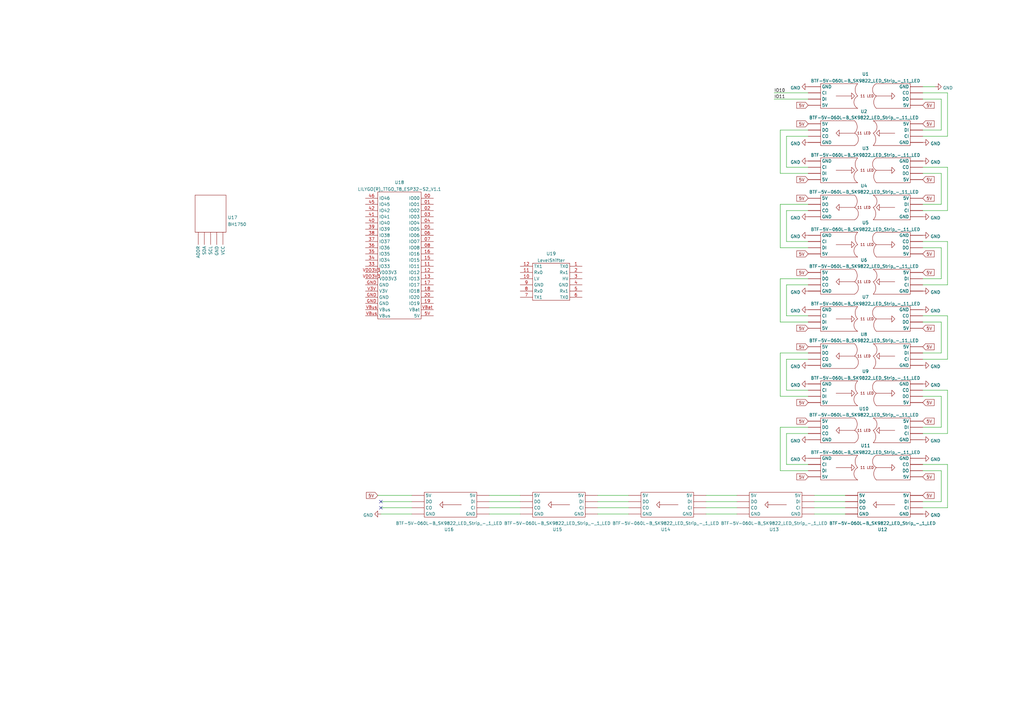
<source format=kicad_sch>
(kicad_sch (version 20211123) (generator eeschema)
  (paper "A3")
  (lib_symbols
    (symbol "WordClock Symbol Library:BH1750"
      (property "Reference" "U" (at 0 -6.35 0))
      (property "Value" "BH1750" (at 0 -3.81 0))
      (symbol "BH1750_0_1"
        (rectangle (start -6.35 7.62) (end 6.35 -7.62) (stroke (width 0.1524)))
      )
      (symbol "BH1750_1_1"
        (pin bidirectional line (at 5.08 7.62 90) (length 5.08) (name "ADDR") (number ""))
        (pin power_in line (at -2.54 7.62 90) (length 5.08) (name "GND") (number ""))
        (pin bidirectional line (at 0 7.62 90) (length 5.08) (name "SCL") (number ""))
        (pin bidirectional line (at 2.54 7.62 90) (length 5.08) (name "SDA") (number ""))
        (pin power_in line (at -5.08 7.62 90) (length 5.08) (name "VCC") (number ""))
      )
    )
    (symbol "WordClock Symbol Library:BTF-5V-060L-B_SK9822_LED_Strip_-_11_LED"
      (property "Reference" "U?" (at -0.635 2.6457 0))
      (property "Value" "BTF-5V-060L-B_SK9822_LED_Strip_-_11_LED" (at -0.635 -0.1294 0))
      (symbol "BTF-5V-060L-B_SK9822_LED_Strip_-_11_LED_0_0"
        (polyline (pts (xy -12.7 -6.35) (xy -6.35 -6.35) (xy -6.35 -5.08) (xy -5.08 -6.35) (xy -6.35 -7.62) (xy -6.35 -6.35)) (stroke (width 0.1524)))
        (text "11 LED" (at 0 -6.35 0) (effects (font (size 1.016 1.016))))
      )
      (symbol "BTF-5V-060L-B_SK9822_LED_Strip_-_11_LED_0_1"
        (arc (start -3.81 -6.35) (mid -7.9693 -8.89) (end -3.81 -11.43) (stroke (width 0.1524)))
        (arc (start -3.81 -1.27) (mid -4.8621 -3.81) (end -3.81 -6.35) (stroke (width 0.1524)))
        (polyline (pts (xy 10.16 -7.62) (xy 10.16 -6.35)) (stroke (width 0.1524)))
        (polyline (pts (xy -3.81 -1.27) (xy -19.05 -1.27) (xy -19.05 -11.43) (xy -3.81 -11.43)) (stroke (width 0.1524)))
        (polyline (pts (xy 3.81 -1.27) (xy 17.78 -1.27) (xy 17.78 -11.43) (xy 3.81 -11.43)) (stroke (width 0.1524)))
        (polyline (pts (xy 3.81 -6.35) (xy 10.16 -6.35) (xy 10.16 -5.08) (xy 11.43 -6.35) (xy 10.16 -7.62)) (stroke (width 0.1524)))
        (arc (start 3.81 -6.35) (mid -2.3221 -8.89) (end 3.81 -11.43) (stroke (width 0.1524)))
        (arc (start 3.81 -1.27) (mid 2.2652 -3.81) (end 3.81 -6.35) (stroke (width 0.1524)))
      )
      (symbol "BTF-5V-060L-B_SK9822_LED_Strip_-_11_LED_1_1"
        (pin bidirectional line (at -24.13 -10.16 0) (length 5.08) (name "5V") (number ""))
        (pin bidirectional line (at 22.86 -10.16 180) (length 5.08) (name "5V") (number ""))
        (pin input line (at -24.13 -5.08 0) (length 5.08) (name "CI") (number ""))
        (pin output line (at 22.86 -5.08 180) (length 5.08) (name "CO") (number ""))
        (pin input line (at -24.13 -7.62 0) (length 5.08) (name "DI") (number ""))
        (pin output line (at 22.86 -7.62 180) (length 5.08) (name "DO") (number ""))
        (pin bidirectional line (at -24.13 -2.54 0) (length 5.08) (name "GND") (number ""))
        (pin bidirectional line (at 22.86 -2.54 180) (length 5.08) (name "GND") (number ""))
      )
    )
    (symbol "WordClock Symbol Library:BTF-5V-060L-B_SK9822_LED_Strip_-_1_LED"
      (property "Reference" "U?" (at 0.635 15.3457 0))
      (property "Value" "BTF-5V-060L-B_SK9822_LED_Strip_-_1_LED" (at 0.635 12.5706 0))
      (symbol "BTF-5V-060L-B_SK9822_LED_Strip_-_1_LED_0_1"
        (rectangle (start -11.43 -1.27) (end 10.16 -11.43) (stroke (width 0.1524)))
        (polyline (pts (xy 2.54 -7.62) (xy 2.54 -6.35)) (stroke (width 0.1524)))
        (polyline (pts (xy -5.08 -6.35) (xy 2.54 -6.35) (xy 2.54 -5.08) (xy 3.81 -6.35) (xy 2.54 -7.62)) (stroke (width 0.1524)))
      )
      (symbol "BTF-5V-060L-B_SK9822_LED_Strip_-_1_LED_1_1"
        (pin bidirectional line (at -16.51 -10.16 0) (length 5.08) (name "5V") (number ""))
        (pin bidirectional line (at 15.24 -10.16 180) (length 5.08) (name "5V") (number ""))
        (pin input line (at -16.51 -5.08 0) (length 5.08) (name "CI") (number ""))
        (pin output line (at 15.24 -5.08 180) (length 5.08) (name "CO") (number ""))
        (pin input line (at -16.51 -7.62 0) (length 5.08) (name "DI") (number ""))
        (pin output line (at 15.24 -7.62 180) (length 5.08) (name "DO") (number ""))
        (pin bidirectional line (at -16.51 -2.54 0) (length 5.08) (name "GND") (number ""))
        (pin bidirectional line (at 15.24 -2.54 180) (length 5.08) (name "GND") (number ""))
      )
    )
    (symbol "WordClock Symbol Library:LILYGO(R)_TTGO_T8_ESP32-S2_V1.1"
      (property "Reference" "U" (at 0 2.54 0))
      (property "Value" "LILYGO(R)_TTGO_T8_ESP32-S2_V1.1" (at 0 5.08 0))
      (symbol "LILYGO(R)_TTGO_T8_ESP32-S2_V1.1_0_1"
        (rectangle (start -8.89 -52.07) (end 8.89 0) (stroke (width 0.1524)))
      )
      (symbol "LILYGO(R)_TTGO_T8_ESP32-S2_V1.1_1_1"
        (pin bidirectional line (at 13.97 -2.54 180) (length 5.08) (name "IO00") (number "00"))
        (pin bidirectional line (at 13.97 -5.08 180) (length 5.08) (name "IO01") (number "01"))
        (pin bidirectional line (at 13.97 -7.62 180) (length 5.08) (name "IO02") (number "02"))
        (pin bidirectional line (at 13.97 -10.16 180) (length 5.08) (name "IO03") (number "03"))
        (pin bidirectional line (at 13.97 -12.7 180) (length 5.08) (name "IO04") (number "04"))
        (pin bidirectional line (at 13.97 -15.24 180) (length 5.08) (name "IO05") (number "05"))
        (pin bidirectional line (at 13.97 -17.78 180) (length 5.08) (name "IO06") (number "06"))
        (pin bidirectional line (at 13.97 -20.32 180) (length 5.08) (name "IO07") (number "07"))
        (pin bidirectional line (at 13.97 -22.86 180) (length 5.08) (name "IO08") (number "08"))
        (pin bidirectional line (at 13.97 -30.48 180) (length 5.08) (name "IO11") (number "11"))
        (pin bidirectional line (at 13.97 -33.02 180) (length 5.08) (name "IO12") (number "12"))
        (pin bidirectional line (at 13.97 -35.56 180) (length 5.08) (name "IO13") (number "13"))
        (pin bidirectional line (at 13.97 -27.94 180) (length 5.08) (name "IO15") (number "15"))
        (pin bidirectional line (at 13.97 -25.4 180) (length 5.08) (name "IO16") (number "16"))
        (pin bidirectional line (at 13.97 -38.1 180) (length 5.08) (name "IO17") (number "17"))
        (pin bidirectional line (at 13.97 -40.64 180) (length 5.08) (name "IO18") (number "18"))
        (pin bidirectional line (at 13.97 -45.72 180) (length 5.08) (name "IO19") (number "19"))
        (pin bidirectional line (at 13.97 -43.18 180) (length 5.08) (name "IO20") (number "20"))
        (pin bidirectional line (at -13.97 -30.48 0) (length 5.08) (name "IO33") (number "33"))
        (pin bidirectional line (at -13.97 -27.94 0) (length 5.08) (name "IO34") (number "34"))
        (pin bidirectional line (at -13.97 -25.4 0) (length 5.08) (name "IO35") (number "35"))
        (pin bidirectional line (at -13.97 -22.86 0) (length 5.08) (name "IO36") (number "36"))
        (pin bidirectional line (at -13.97 -20.32 0) (length 5.08) (name "IO37") (number "37"))
        (pin bidirectional line (at -13.97 -17.78 0) (length 5.08) (name "IO38") (number "38"))
        (pin bidirectional line (at -13.97 -15.24 0) (length 5.08) (name "IO39") (number "39"))
        (pin bidirectional line (at -13.97 -12.7 0) (length 5.08) (name "IO40") (number "40"))
        (pin bidirectional line (at -13.97 -10.16 0) (length 5.08) (name "IO41") (number "41"))
        (pin bidirectional line (at -13.97 -7.62 0) (length 5.08) (name "IO42") (number "42"))
        (pin bidirectional line (at -13.97 -5.08 0) (length 5.08) (name "IO45") (number "45"))
        (pin bidirectional line (at -13.97 -2.54 0) (length 5.08) (name "IO46") (number "46"))
        (pin power_in line (at 13.97 -50.8 180) (length 5.08) (name "5V") (number "5V"))
        (pin power_in line (at -13.97 -45.72 0) (length 5.08) (name "GND") (number "GND"))
        (pin power_in line (at -13.97 -43.18 0) (length 5.08) (name "GND") (number "GND"))
        (pin power_in line (at -13.97 -38.1 0) (length 5.08) (name "GND") (number "GND"))
        (pin bidirectional line (at -13.97 -40.64 0) (length 5.08) (name "V3V") (number "V3V"))
        (pin power_in line (at 13.97 -48.26 180) (length 5.08) (name "VBat") (number "VBat"))
        (pin power_in line (at -13.97 -50.8 0) (length 5.08) (name "VBus") (number "VBus"))
        (pin power_in line (at -13.97 -48.26 0) (length 5.08) (name "VBus") (number "VBus"))
        (pin power_in line (at -13.97 -35.56 0) (length 5.08) (name "VDD3V3") (number "VDD3V3"))
        (pin power_in line (at -13.97 -33.02 0) (length 5.08) (name "VDD3V3") (number "VDD3V3"))
      )
    )
    (symbol "WordClock Symbol Library:LevelShifter"
      (property "Reference" "U" (at 0 -10.16 0))
      (property "Value" "LevelShifter" (at 0 -1.27 0))
      (symbol "LevelShifter_0_1"
        (rectangle (start -7.62 -2.54) (end 7.62 -17.78) (stroke (width 0.1524)))
      )
      (symbol "LevelShifter_1_1"
        (pin input line (at 12.7 -3.81 180) (length 5.08) (name "TX0") (number "1"))
        (pin power_in line (at -12.7 -8.89 0) (length 5.08) (name "LV") (number "10"))
        (pin output line (at -12.7 -6.35 0) (length 5.08) (name "Rx0") (number "11"))
        (pin input line (at -12.7 -3.81 0) (length 5.08) (name "TX1") (number "12"))
        (pin output line (at 12.7 -6.35 180) (length 5.08) (name "Rx1") (number "2"))
        (pin power_in line (at 12.7 -8.89 180) (length 5.08) (name "HV") (number "3"))
        (pin power_in line (at 12.7 -11.43 180) (length 5.08) (name "GND") (number "4"))
        (pin output line (at 12.7 -13.97 180) (length 5.08) (name "Rx1") (number "5"))
        (pin input line (at 12.7 -16.51 180) (length 5.08) (name "TX0") (number "6"))
        (pin input line (at -12.7 -16.51 0) (length 5.08) (name "TX1") (number "7"))
        (pin output line (at -12.7 -13.97 0) (length 5.08) (name "Rx0") (number "8"))
        (pin power_in line (at -12.7 -11.43 0) (length 5.08) (name "GND") (number "9"))
      )
    )
    (symbol "power:GND" (power) (pin_names (offset 0))
      (property "Value" "GND" (at 0 -3.81 0))
      (symbol "GND_0_1"
        (polyline (pts (xy 0 0) (xy 0 -1.27) (xy 1.27 -1.27) (xy 0 -2.54) (xy -1.27 -1.27) (xy 0 -1.27)))
      )
      (symbol "GND_1_1"
        (pin power_in line (at 0 0 270) (length 0) hide (name "GND") (number "1"))
      )
    )
  )
  (no_connect (at 156.21 205.74))
  (no_connect (at 156.21 208.28))
  (wire (pts (xy 331.47 114.3) (xy 320.04 114.3)))
  (wire (pts (xy 388.62 160.02) (xy 388.62 177.8)))
  (wire (pts (xy 156.21 205.74) (xy 168.91 205.74)))
  (wire (pts (xy 154.94 203.2) (xy 168.91 203.2)))
  (wire (pts (xy 289.56 203.2) (xy 302.26 203.2)))
  (wire (pts (xy 378.46 99.06) (xy 388.62 99.06)))
  (wire (pts (xy 334.01 210.82) (xy 346.71 210.82)))
  (wire (pts (xy 245.11 205.74) (xy 257.81 205.74)))
  (wire (pts (xy 200.66 208.28) (xy 213.36 208.28)))
  (wire (pts (xy 245.11 208.28) (xy 257.81 208.28)))
  (wire (pts (xy 322.58 190.5) (xy 331.47 190.5)))
  (wire (pts (xy 322.58 68.58) (xy 331.47 68.58)))
  (wire (pts (xy 156.21 208.28) (xy 168.91 208.28)))
  (wire (pts (xy 156.21 210.82) (xy 168.91 210.82)))
  (wire (pts (xy 386.08 193.04) (xy 386.08 205.74)))
  (wire (pts (xy 331.47 177.8) (xy 322.58 177.8)))
  (wire (pts (xy 331.47 116.84) (xy 322.58 116.84)))
  (wire (pts (xy 378.46 86.36) (xy 388.62 86.36)))
  (wire (pts (xy 322.58 147.32) (xy 322.58 160.02)))
  (wire (pts (xy 322.58 160.02) (xy 331.47 160.02)))
  (wire (pts (xy 331.47 53.34) (xy 320.04 53.34)))
  (wire (pts (xy 320.04 53.34) (xy 320.04 71.12)))
  (wire (pts (xy 331.47 175.26) (xy 320.04 175.26)))
  (wire (pts (xy 378.46 132.08) (xy 386.08 132.08)))
  (wire (pts (xy 386.08 71.12) (xy 386.08 83.82)))
  (wire (pts (xy 378.46 71.12) (xy 386.08 71.12)))
  (wire (pts (xy 378.46 208.28) (xy 388.62 208.28)))
  (wire (pts (xy 322.58 177.8) (xy 322.58 190.5)))
  (wire (pts (xy 320.04 101.6) (xy 331.47 101.6)))
  (wire (pts (xy 320.04 132.08) (xy 331.47 132.08)))
  (wire (pts (xy 322.58 99.06) (xy 331.47 99.06)))
  (wire (pts (xy 388.62 68.58) (xy 388.62 86.36)))
  (wire (pts (xy 378.46 114.3) (xy 386.08 114.3)))
  (wire (pts (xy 378.46 205.74) (xy 386.08 205.74)))
  (wire (pts (xy 388.62 129.54) (xy 388.62 147.32)))
  (wire (pts (xy 378.46 38.1) (xy 388.62 38.1)))
  (wire (pts (xy 378.46 116.84) (xy 388.62 116.84)))
  (wire (pts (xy 378.46 177.8) (xy 388.62 177.8)))
  (wire (pts (xy 334.01 203.2) (xy 346.71 203.2)))
  (wire (pts (xy 378.46 190.5) (xy 388.62 190.5)))
  (wire (pts (xy 378.46 55.88) (xy 388.62 55.88)))
  (wire (pts (xy 386.08 132.08) (xy 386.08 144.78)))
  (wire (pts (xy 331.47 83.82) (xy 320.04 83.82)))
  (wire (pts (xy 378.46 68.58) (xy 388.62 68.58)))
  (wire (pts (xy 200.66 203.2) (xy 213.36 203.2)))
  (wire (pts (xy 383.54 35.56) (xy 378.46 35.56)))
  (wire (pts (xy 322.58 116.84) (xy 322.58 129.54)))
  (wire (pts (xy 378.46 129.54) (xy 388.62 129.54)))
  (wire (pts (xy 378.46 160.02) (xy 388.62 160.02)))
  (wire (pts (xy 331.47 144.78) (xy 320.04 144.78)))
  (wire (pts (xy 245.11 203.2) (xy 257.81 203.2)))
  (wire (pts (xy 378.46 147.32) (xy 388.62 147.32)))
  (wire (pts (xy 331.47 147.32) (xy 322.58 147.32)))
  (wire (pts (xy 378.46 83.82) (xy 386.08 83.82)))
  (wire (pts (xy 200.66 205.74) (xy 213.36 205.74)))
  (wire (pts (xy 378.46 144.78) (xy 386.08 144.78)))
  (wire (pts (xy 331.47 55.88) (xy 322.58 55.88)))
  (wire (pts (xy 388.62 190.5) (xy 388.62 208.28)))
  (wire (pts (xy 320.04 71.12) (xy 331.47 71.12)))
  (wire (pts (xy 320.04 162.56) (xy 331.47 162.56)))
  (wire (pts (xy 322.58 86.36) (xy 322.58 99.06)))
  (wire (pts (xy 386.08 162.56) (xy 386.08 175.26)))
  (wire (pts (xy 378.46 53.34) (xy 386.08 53.34)))
  (wire (pts (xy 200.66 210.82) (xy 213.36 210.82)))
  (wire (pts (xy 317.5 40.64) (xy 331.47 40.64)))
  (wire (pts (xy 320.04 144.78) (xy 320.04 162.56)))
  (wire (pts (xy 378.46 193.04) (xy 386.08 193.04)))
  (wire (pts (xy 320.04 83.82) (xy 320.04 101.6)))
  (wire (pts (xy 378.46 175.26) (xy 386.08 175.26)))
  (wire (pts (xy 289.56 210.82) (xy 302.26 210.82)))
  (wire (pts (xy 378.46 101.6) (xy 386.08 101.6)))
  (wire (pts (xy 378.46 40.64) (xy 386.08 40.64)))
  (wire (pts (xy 386.08 101.6) (xy 386.08 114.3)))
  (wire (pts (xy 245.11 210.82) (xy 257.81 210.82)))
  (wire (pts (xy 388.62 99.06) (xy 388.62 116.84)))
  (wire (pts (xy 331.47 86.36) (xy 322.58 86.36)))
  (wire (pts (xy 386.08 40.64) (xy 386.08 53.34)))
  (wire (pts (xy 320.04 114.3) (xy 320.04 132.08)))
  (wire (pts (xy 322.58 55.88) (xy 322.58 68.58)))
  (wire (pts (xy 378.46 162.56) (xy 386.08 162.56)))
  (wire (pts (xy 388.62 38.1) (xy 388.62 55.88)))
  (wire (pts (xy 320.04 175.26) (xy 320.04 193.04)))
  (wire (pts (xy 334.01 205.74) (xy 346.71 205.74)))
  (wire (pts (xy 334.01 208.28) (xy 346.71 208.28)))
  (wire (pts (xy 320.04 193.04) (xy 331.47 193.04)))
  (wire (pts (xy 289.56 208.28) (xy 302.26 208.28)))
  (wire (pts (xy 322.58 129.54) (xy 331.47 129.54)))
  (wire (pts (xy 289.56 205.74) (xy 302.26 205.74)))
  (wire (pts (xy 317.5 38.1) (xy 331.47 38.1)))
  (label "IO10" (at 317.5 38.1 0))
  (label "IO11" (at 317.5 40.64 0))
  (global_label "5V" (shape input) (at 378.46 43.18 0) (property "Intersheet References" "${INTERSHEET_REFS}" (effects hide)))
  (global_label "5V" (shape input) (at 378.46 50.8 0) (property "Intersheet References" "${INTERSHEET_REFS}" (effects hide)))
  (global_label "5V" (shape input) (at 378.46 195.58 0) (property "Intersheet References" "${INTERSHEET_REFS}" (effects hide)))
  (global_label "5V" (shape input) (at 378.46 104.14 0) (property "Intersheet References" "${INTERSHEET_REFS}" (effects hide)))
  (global_label "5V" (shape input) (at 378.46 142.24 0) (property "Intersheet References" "${INTERSHEET_REFS}" (effects hide)))
  (global_label "5V" (shape input) (at 378.46 111.76 0) (property "Intersheet References" "${INTERSHEET_REFS}" (effects hide)))
  (global_label "5V" (shape input) (at 331.47 142.24 180) (property "Intersheet References" "${INTERSHEET_REFS}" (effects hide)))
  (global_label "5V" (shape input) (at 331.47 73.66 180) (property "Intersheet References" "${INTERSHEET_REFS}" (effects hide)))
  (global_label "5V" (shape input) (at 378.46 81.28 0) (property "Intersheet References" "${INTERSHEET_REFS}" (effects hide)))
  (global_label "5V" (shape input) (at 378.46 73.66 0) (property "Intersheet References" "${INTERSHEET_REFS}" (effects hide)))
  (global_label "5V" (shape input) (at 331.47 172.72 180) (property "Intersheet References" "${INTERSHEET_REFS}" (effects hide)))
  (global_label "5V" (shape input) (at 331.47 195.58 180) (property "Intersheet References" "${INTERSHEET_REFS}" (effects hide)))
  (global_label "5V" (shape input) (at 331.47 134.62 180) (property "Intersheet References" "${INTERSHEET_REFS}" (effects hide)))
  (global_label "5V" (shape input) (at 378.46 134.62 0) (property "Intersheet References" "${INTERSHEET_REFS}" (effects hide)))
  (global_label "5V" (shape input) (at 331.47 104.14 180) (property "Intersheet References" "${INTERSHEET_REFS}" (effects hide)))
  (global_label "5V" (shape input) (at 331.47 165.1 180) (property "Intersheet References" "${INTERSHEET_REFS}" (effects hide)))
  (global_label "5V" (shape input) (at 331.47 50.8 180) (property "Intersheet References" "${INTERSHEET_REFS}" (effects hide)))
  (global_label "5V" (shape input) (at 331.47 43.18 180) (property "Intersheet References" "${INTERSHEET_REFS}" (effects hide)))
  (global_label "5V" (shape input) (at 378.46 172.72 0) (property "Intersheet References" "${INTERSHEET_REFS}" (effects hide)))
  (global_label "5V" (shape input) (at 154.94 203.2 180) (property "Intersheet References" "${INTERSHEET_REFS}" (effects hide)))
  (global_label "5V" (shape input) (at 331.47 111.76 180) (property "Intersheet References" "${INTERSHEET_REFS}" (effects hide)))
  (global_label "5V" (shape input) (at 378.46 165.1 0) (property "Intersheet References" "${INTERSHEET_REFS}" (effects hide)))
  (global_label "5V" (shape input) (at 331.47 81.28 180) (property "Intersheet References" "${INTERSHEET_REFS}" (effects hide)))
  (global_label "5V" (shape input) (at 378.46 203.2 0) (property "Intersheet References" "${INTERSHEET_REFS}" (effects hide)))
  (symbol (lib_id "power:GND") (at 378.46 180.34 90) (unit 1)
    (property "Reference" "#PWR0108" (effects hide))
    (property "Value" "GND" (at 381.635 180.819 90) (effects (justify right)))
  )
  (symbol (lib_id "power:GND") (at 378.46 58.42 90) (unit 1)
    (property "Reference" "#PWR0105" (effects hide))
    (property "Value" "GND" (at 381.635 58.899 90) (effects (justify right)))
  )
  (symbol (lib_id "WordClock Symbol Library:BTF-5V-060L-B_SK9822_LED_Strip_-_11_LED") (at 355.6 124.46 0) (unit 1)
    (property "Reference" "U7" (at 354.965 121.8143 0))
    (property "Value" "BTF-5V-060L-B_SK9822_LED_Strip_-_11_LED" (at 354.965 124.5894 0))
    (property "Footprint" "Footprint Library:BTF-5V-060L-B SK9822 LED Strip - 11 Segment" (effects hide))
  )
  (symbol (lib_id "WordClock Symbol Library:LevelShifter") (at 226.06 105.41 0) (unit 1)
    (property "Reference" "U19" (at 226.06 104.0343 0))
    (property "Value" "LevelShifter" (at 226.06 106.8094 0))
    (property "Footprint" "WordClock Footprint Library:LevelShifter" (effects hide))
  )
  (symbol (lib_id "power:GND") (at 331.47 88.9 270) (unit 1)
    (property "Reference" "#PWR0115" (effects hide))
    (property "Value" "GND" (at 328.2951 89.379 90) (effects (justify right)))
  )
  (symbol (lib_id "power:GND") (at 156.21 210.82 270) (unit 1)
    (property "Reference" "#PWR0110" (effects hide))
    (property "Value" "GND" (at 153.0351 211.299 90) (effects (justify right)))
  )
  (symbol (lib_id "power:GND") (at 378.46 96.52 90) (unit 1)
    (property "Reference" "#PWR0111" (effects hide))
    (property "Value" "GND" (at 381.635 96.999 90) (effects (justify right)))
  )
  (symbol (lib_id "WordClock Symbol Library:BTF-5V-060L-B_SK9822_LED_Strip_-_1_LED") (at 361.95 213.36 180) (unit 1)
    (property "Reference" "U12" (at 361.95 217.17 0))
    (property "Value" "BTF-5V-060L-B_SK9822_LED_Strip_-_1_LED" (at 361.95 214.63 0))
    (property "Footprint" "WordClock Footprint Library:BTF-5V-060L-B SK9822 LED Strip - 1 Segment" (effects hide))
  )
  (symbol (lib_id "WordClock Symbol Library:BTF-5V-060L-B_SK9822_LED_Strip_-_11_LED") (at 355.6 154.94 0) (unit 1)
    (property "Reference" "U9" (at 354.965 152.2943 0))
    (property "Value" "BTF-5V-060L-B_SK9822_LED_Strip_-_11_LED" (at 354.965 155.0694 0))
    (property "Footprint" "Footprint Library:BTF-5V-060L-B SK9822 LED Strip - 11 Segment" (effects hide))
  )
  (symbol (lib_id "WordClock Symbol Library:BTF-5V-060L-B_SK9822_LED_Strip_-_1_LED") (at 273.05 213.36 180) (unit 1)
    (property "Reference" "U14" (at 273.05 217.17 0))
    (property "Value" "BTF-5V-060L-B_SK9822_LED_Strip_-_1_LED" (at 273.05 214.63 0))
    (property "Footprint" "WordClock Footprint Library:BTF-5V-060L-B SK9822 LED Strip - 1 Segment" (effects hide))
  )
  (symbol (lib_id "WordClock Symbol Library:BTF-5V-060L-B_SK9822_LED_Strip_-_11_LED") (at 354.33 121.92 180) (unit 1)
    (property "Reference" "U6" (at 354.33 106.68 0))
    (property "Value" "BTF-5V-060L-B_SK9822_LED_Strip_-_11_LED" (at 354.33 109.22 0))
    (property "Footprint" "Footprint Library:BTF-5V-060L-B SK9822 LED Strip - 11 Segment" (effects hide))
  )
  (symbol (lib_id "power:GND") (at 331.47 66.04 270) (unit 1)
    (property "Reference" "#PWR0101" (effects hide))
    (property "Value" "GND" (at 328.2951 66.519 90) (effects (justify right)))
  )
  (symbol (lib_id "WordClock Symbol Library:BTF-5V-060L-B_SK9822_LED_Strip_-_11_LED") (at 354.33 182.88 180) (unit 1)
    (property "Reference" "U10" (at 354.33 167.64 0))
    (property "Value" "BTF-5V-060L-B_SK9822_LED_Strip_-_11_LED" (at 354.33 170.18 0))
    (property "Footprint" "Footprint Library:BTF-5V-060L-B SK9822 LED Strip - 11 Segment" (effects hide))
  )
  (symbol (lib_id "power:GND") (at 331.47 58.42 270) (unit 1)
    (property "Reference" "#PWR0102" (effects hide))
    (property "Value" "GND" (at 328.2951 58.899 90) (effects (justify right)))
  )
  (symbol (lib_id "power:GND") (at 378.46 119.38 90) (unit 1)
    (property "Reference" "#PWR0116" (effects hide))
    (property "Value" "GND" (at 381.635 119.859 90) (effects (justify right)))
  )
  (symbol (lib_id "power:GND") (at 331.47 149.86 270) (unit 1)
    (property "Reference" "#PWR0119" (effects hide))
    (property "Value" "GND" (at 328.2951 150.339 90) (effects (justify right)))
  )
  (symbol (lib_id "WordClock Symbol Library:BTF-5V-060L-B_SK9822_LED_Strip_-_11_LED") (at 354.33 60.96 180) (unit 1)
    (property "Reference" "U2" (at 354.33 45.72 0))
    (property "Value" "BTF-5V-060L-B_SK9822_LED_Strip_-_11_LED" (at 354.33 48.26 0))
    (property "Footprint" "Footprint Library:BTF-5V-060L-B SK9822 LED Strip - 11 Segment" (effects hide))
  )
  (symbol (lib_id "WordClock Symbol Library:LILYGO(R)_TTGO_T8_ESP32-S2_V1.1") (at 163.83 78.74 0) (unit 1)
    (property "Reference" "U18" (at 163.83 74.8243 0))
    (property "Value" "LILYGO(R)_TTGO_T8_ESP32-S2_V1.1" (at 163.83 77.5994 0))
    (property "Footprint" "WordClock Footprint Library:LILYGO® TTGO T8 ESP32-S2 V1.1" (effects hide))
  )
  (symbol (lib_id "power:GND") (at 331.47 96.52 270) (unit 1)
    (property "Reference" "#PWR0114" (effects hide))
    (property "Value" "GND" (at 328.2951 96.999 90) (effects (justify right)))
  )
  (symbol (lib_id "power:GND") (at 378.46 187.96 90) (unit 1)
    (property "Reference" "#PWR0109" (effects hide))
    (property "Value" "GND" (at 381.635 188.439 90) (effects (justify right)))
  )
  (symbol (lib_id "WordClock Symbol Library:BTF-5V-060L-B_SK9822_LED_Strip_-_11_LED") (at 355.6 63.5 0) (unit 1)
    (property "Reference" "U3" (at 354.965 60.8543 0))
    (property "Value" "BTF-5V-060L-B_SK9822_LED_Strip_-_11_LED" (at 354.965 63.6294 0))
    (property "Footprint" "Footprint Library:BTF-5V-060L-B SK9822 LED Strip - 11 Segment" (effects hide))
  )
  (symbol (lib_id "power:GND") (at 378.46 88.9 90) (unit 1)
    (property "Reference" "#PWR0112" (effects hide))
    (property "Value" "GND" (at 381.635 89.379 90) (effects (justify right)))
  )
  (symbol (lib_id "WordClock Symbol Library:BTF-5V-060L-B_SK9822_LED_Strip_-_11_LED") (at 355.6 33.02 0) (unit 1)
    (property "Reference" "U1" (at 354.965 30.3743 0))
    (property "Value" "BTF-5V-060L-B_SK9822_LED_Strip_-_11_LED" (at 354.965 33.1494 0))
    (property "Footprint" "Footprint Library:BTF-5V-060L-B SK9822 LED Strip - 11 Segment" (effects hide))
  )
  (symbol (lib_id "power:GND") (at 331.47 187.96 270) (unit 1)
    (property "Reference" "#PWR0124" (effects hide))
    (property "Value" "GND" (at 328.2951 188.439 90) (effects (justify right)))
  )
  (symbol (lib_id "power:GND") (at 331.47 127 270) (unit 1)
    (property "Reference" "#PWR0118" (effects hide))
    (property "Value" "GND" (at 328.2951 127.479 90) (effects (justify right)))
  )
  (symbol (lib_id "WordClock Symbol Library:BTF-5V-060L-B_SK9822_LED_Strip_-_1_LED") (at 184.15 213.36 180) (unit 1)
    (property "Reference" "U16" (at 184.15 217.17 0))
    (property "Value" "BTF-5V-060L-B_SK9822_LED_Strip_-_1_LED" (at 184.15 214.63 0))
    (property "Footprint" "WordClock Footprint Library:BTF-5V-060L-B SK9822 LED Strip - 1 Segment" (effects hide))
  )
  (symbol (lib_id "WordClock Symbol Library:BTF-5V-060L-B_SK9822_LED_Strip_-_11_LED") (at 355.6 185.42 0) (unit 1)
    (property "Reference" "U11" (at 354.965 182.7743 0))
    (property "Value" "BTF-5V-060L-B_SK9822_LED_Strip_-_11_LED" (at 354.965 185.5494 0))
    (property "Footprint" "Footprint Library:BTF-5V-060L-B SK9822 LED Strip - 11 Segment" (effects hide))
  )
  (symbol (lib_id "WordClock Symbol Library:BTF-5V-060L-B_SK9822_LED_Strip_-_1_LED") (at 228.6 213.36 180) (unit 1)
    (property "Reference" "U15" (at 228.6 217.17 0))
    (property "Value" "BTF-5V-060L-B_SK9822_LED_Strip_-_1_LED" (at 228.6 214.63 0))
    (property "Footprint" "WordClock Footprint Library:BTF-5V-060L-B SK9822 LED Strip - 1 Segment" (effects hide))
  )
  (symbol (lib_id "power:GND") (at 378.46 157.48 90) (unit 1)
    (property "Reference" "#PWR0123" (effects hide))
    (property "Value" "GND" (at 381.635 157.959 90) (effects (justify right)))
  )
  (symbol (lib_id "power:GND") (at 378.46 127 90) (unit 1)
    (property "Reference" "#PWR0113" (effects hide))
    (property "Value" "GND" (at 381.635 127.479 90) (effects (justify right)))
  )
  (symbol (lib_id "WordClock Symbol Library:BTF-5V-060L-B_SK9822_LED_Strip_-_1_LED") (at 317.5 213.36 180) (unit 1)
    (property "Reference" "U13" (at 317.5 217.17 0))
    (property "Value" "BTF-5V-060L-B_SK9822_LED_Strip_-_1_LED" (at 317.5 214.63 0))
    (property "Footprint" "WordClock Footprint Library:BTF-5V-060L-B SK9822 LED Strip - 1 Segment" (effects hide))
  )
  (symbol (lib_id "WordClock Symbol Library:BTF-5V-060L-B_SK9822_LED_Strip_-_11_LED") (at 354.33 152.4 180) (unit 1)
    (property "Reference" "U8" (at 354.33 137.16 0))
    (property "Value" "BTF-5V-060L-B_SK9822_LED_Strip_-_11_LED" (at 354.33 139.7 0))
    (property "Footprint" "Footprint Library:BTF-5V-060L-B SK9822 LED Strip - 11 Segment" (effects hide))
  )
  (symbol (lib_id "power:GND") (at 331.47 119.38 270) (unit 1)
    (property "Reference" "#PWR0117" (effects hide))
    (property "Value" "GND" (at 328.2951 119.859 90) (effects (justify right)))
  )
  (symbol (lib_id "WordClock Symbol Library:BTF-5V-060L-B_SK9822_LED_Strip_-_11_LED") (at 355.6 93.98 0) (unit 1)
    (property "Reference" "U5" (at 354.965 91.3343 0))
    (property "Value" "BTF-5V-060L-B_SK9822_LED_Strip_-_11_LED" (at 354.965 94.1094 0))
    (property "Footprint" "Footprint Library:BTF-5V-060L-B SK9822 LED Strip - 11 Segment" (effects hide))
  )
  (symbol (lib_id "power:GND") (at 378.46 66.04 90) (unit 1)
    (property "Reference" "#PWR0106" (effects hide))
    (property "Value" "GND" (at 381.635 66.519 90) (effects (justify right)))
  )
  (symbol (lib_id "power:GND") (at 331.47 157.48 270) (unit 1)
    (property "Reference" "#PWR0120" (effects hide))
    (property "Value" "GND" (at 328.2951 157.959 90) (effects (justify right)))
  )
  (symbol (lib_id "power:GND") (at 378.46 149.86 90) (unit 1)
    (property "Reference" "#PWR0122" (effects hide))
    (property "Value" "GND" (at 381.635 150.339 90) (effects (justify right)))
  )
  (symbol (lib_id "power:GND") (at 378.46 210.82 90) (unit 1)
    (property "Reference" "#PWR0107" (effects hide))
    (property "Value" "GND" (at 381.635 211.299 90) (effects (justify right)))
  )
  (symbol (lib_id "WordClock Symbol Library:BTF-5V-060L-B_SK9822_LED_Strip_-_11_LED") (at 354.33 91.44 180) (unit 1)
    (property "Reference" "U4" (at 354.33 76.2 0))
    (property "Value" "BTF-5V-060L-B_SK9822_LED_Strip_-_11_LED" (at 354.33 78.74 0))
    (property "Footprint" "Footprint Library:BTF-5V-060L-B SK9822 LED Strip - 11 Segment" (effects hide))
  )
  (symbol (lib_id "power:GND") (at 383.54 35.56 90) (unit 1)
    (property "Reference" "#PWR0104" (effects hide))
    (property "Value" "GND" (at 386.715 36.039 90) (effects (justify right)))
  )
  (symbol (lib_id "power:GND") (at 331.47 35.56 270) (unit 1)
    (property "Reference" "#PWR0103" (effects hide))
    (property "Value" "GND" (at 328.2951 36.039 90) (effects (justify right)))
  )
  (symbol (lib_id "power:GND") (at 331.47 180.34 270) (unit 1)
    (property "Reference" "#PWR0121" (effects hide))
    (property "Value" "GND" (at 328.2951 180.819 90) (effects (justify right)))
  )
  (symbol (lib_id "WordClock Symbol Library:BH1750") (at 86.36 87.63 180) (unit 1)
    (property "Reference" "U17" (at 93.4212 89.2234 0) (effects (justify right)))
    (property "Value" "BH1750" (at 93.4212 91.9985 0) (effects (justify right)))
    (property "Footprint" "WordClock Footprint Library:BH1750 Breakout Board" (effects hide))
  )
)
</source>
